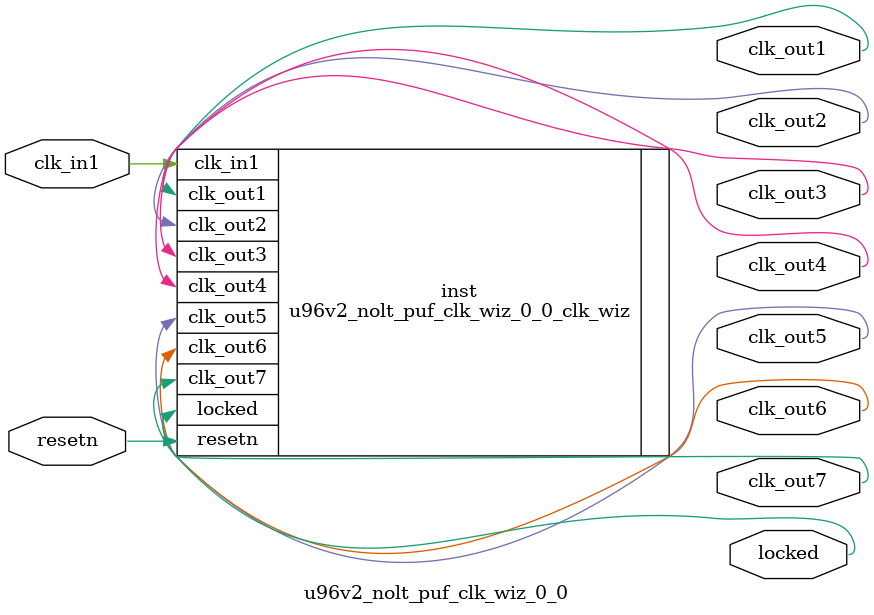
<source format=v>


`timescale 1ps/1ps

(* CORE_GENERATION_INFO = "u96v2_nolt_puf_clk_wiz_0_0,clk_wiz_v6_0_6_0_0,{component_name=u96v2_nolt_puf_clk_wiz_0_0,use_phase_alignment=false,use_min_o_jitter=false,use_max_i_jitter=false,use_dyn_phase_shift=false,use_inclk_switchover=false,use_dyn_reconfig=false,enable_axi=0,feedback_source=FDBK_AUTO,PRIMITIVE=MMCM,num_out_clk=7,clkin1_period=10.000,clkin2_period=10.000,use_power_down=false,use_reset=true,use_locked=true,use_inclk_stopped=false,feedback_type=SINGLE,CLOCK_MGR_TYPE=NA,manual_override=false}" *)

module u96v2_nolt_puf_clk_wiz_0_0 
 (
  // Clock out ports
  output        clk_out1,
  output        clk_out2,
  output        clk_out3,
  output        clk_out4,
  output        clk_out5,
  output        clk_out6,
  output        clk_out7,
  // Status and control signals
  input         resetn,
  output        locked,
 // Clock in ports
  input         clk_in1
 );

  u96v2_nolt_puf_clk_wiz_0_0_clk_wiz inst
  (
  // Clock out ports  
  .clk_out1(clk_out1),
  .clk_out2(clk_out2),
  .clk_out3(clk_out3),
  .clk_out4(clk_out4),
  .clk_out5(clk_out5),
  .clk_out6(clk_out6),
  .clk_out7(clk_out7),
  // Status and control signals               
  .resetn(resetn), 
  .locked(locked),
 // Clock in ports
  .clk_in1(clk_in1)
  );

endmodule

</source>
